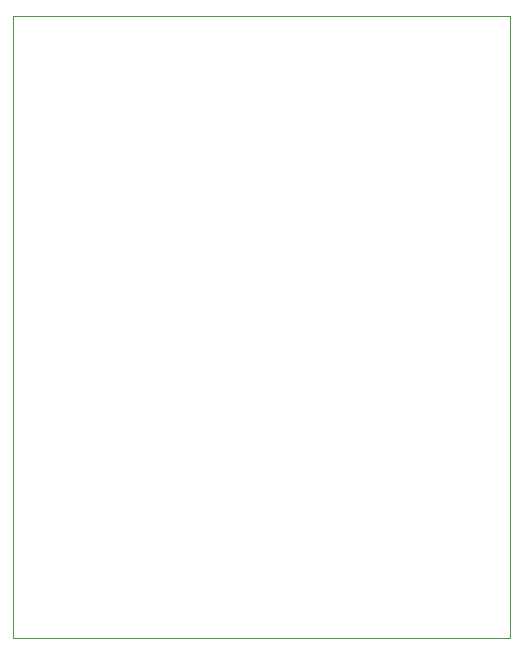
<source format=gbr>
%TF.GenerationSoftware,KiCad,Pcbnew,8.0.6*%
%TF.CreationDate,2024-12-10T11:27:28-08:00*%
%TF.ProjectId,Vanguard_new,56616e67-7561-4726-945f-6e65772e6b69,rev?*%
%TF.SameCoordinates,Original*%
%TF.FileFunction,Profile,NP*%
%FSLAX46Y46*%
G04 Gerber Fmt 4.6, Leading zero omitted, Abs format (unit mm)*
G04 Created by KiCad (PCBNEW 8.0.6) date 2024-12-10 11:27:28*
%MOMM*%
%LPD*%
G01*
G04 APERTURE LIST*
%TA.AperFunction,Profile*%
%ADD10C,0.050000*%
%TD*%
G04 APERTURE END LIST*
D10*
X92562785Y-83970551D02*
X134652785Y-83970551D01*
X134652785Y-136670551D01*
X92562785Y-136670551D01*
X92562785Y-83970551D01*
M02*

</source>
